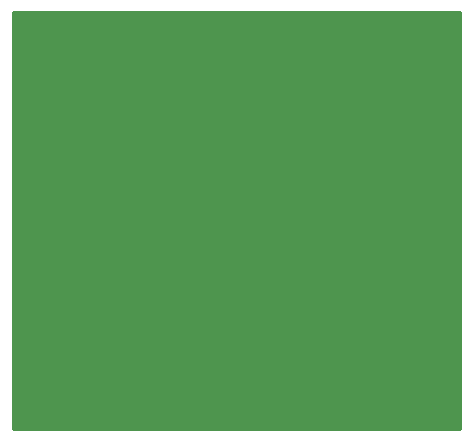
<source format=gbr>
G04 #@! TF.GenerationSoftware,KiCad,Pcbnew,(5.1.12)-1*
G04 #@! TF.CreationDate,2021-12-13T10:12:13-06:00*
G04 #@! TF.ProjectId,UTCPW_MountingBoard,55544350-575f-44d6-9f75-6e74696e6742,rev?*
G04 #@! TF.SameCoordinates,Original*
G04 #@! TF.FileFunction,Soldermask,Bot*
G04 #@! TF.FilePolarity,Negative*
%FSLAX46Y46*%
G04 Gerber Fmt 4.6, Leading zero omitted, Abs format (unit mm)*
G04 Created by KiCad (PCBNEW (5.1.12)-1) date 2021-12-13 10:12:13*
%MOMM*%
%LPD*%
G01*
G04 APERTURE LIST*
%ADD10R,5.080000X1.500000*%
%ADD11R,1.500000X5.080000*%
%ADD12C,3.200001*%
%ADD13C,3.200000*%
%ADD14C,0.254000*%
%ADD15C,0.100000*%
G04 APERTURE END LIST*
D10*
G04 #@! TO.C,REF\u002A\u002A*
X143510000Y-105850000D03*
X143510000Y-97350000D03*
G04 #@! TD*
D11*
G04 #@! TO.C,REF\u002A\u002A*
X135450000Y-119380000D03*
X143950000Y-119380000D03*
G04 #@! TD*
G04 #@! TO.C,REF\u002A\u002A*
X122750000Y-119380000D03*
X131250000Y-119380000D03*
G04 #@! TD*
G04 #@! TO.C,REF\u002A\u002A*
X118550000Y-119380000D03*
X110050000Y-119380000D03*
G04 #@! TD*
D12*
G04 #@! TO.C,REF\u002A\u002A*
X142875000Y-91287600D03*
G04 #@! TD*
G04 #@! TO.C,REF\u002A\u002A*
X142875000Y-111912400D03*
G04 #@! TD*
G04 #@! TO.C,REF\u002A\u002A*
X111125000Y-111912400D03*
G04 #@! TD*
D13*
G04 #@! TO.C,REF\u002A\u002A*
X111125000Y-91287600D03*
G04 #@! TD*
D14*
X145923000Y-121793000D02*
X108077000Y-121793000D01*
X108077000Y-86487000D01*
X145923000Y-86487000D01*
X145923000Y-121793000D01*
D15*
G36*
X145923000Y-121793000D02*
G01*
X108077000Y-121793000D01*
X108077000Y-86487000D01*
X145923000Y-86487000D01*
X145923000Y-121793000D01*
G37*
M02*

</source>
